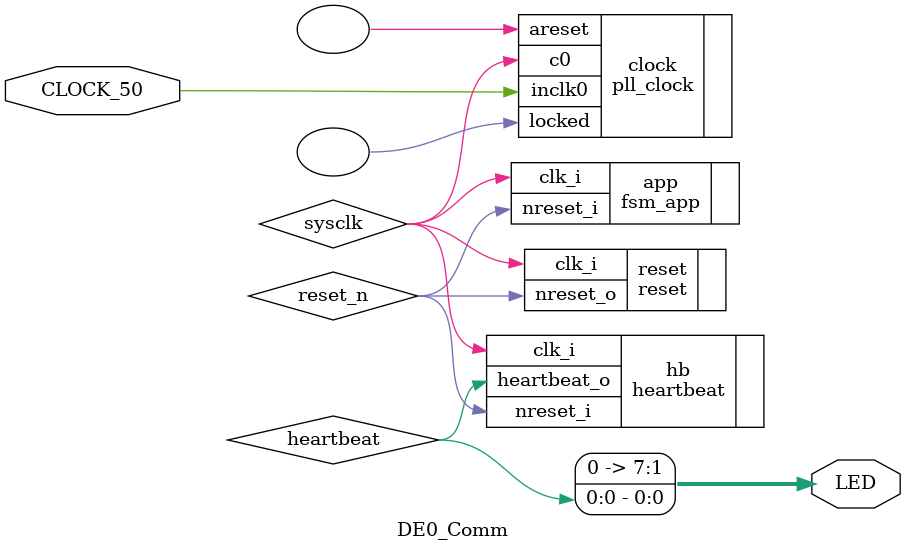
<source format=v>
/*
#   DE0_Comm.v - Connect all the pieces, system clock, heartbeat LED, FSM
#
#   Copyright (C) 2014  Binary Logic (nhi.phan.logic at gmail.com).
#
#   This file is part of the Virtual JTAG UART toolkit
#   
#   Virtual UART is free software: you can redistribute it and/or modify
#   it under the terms of the GNU General Public License as published by
#   the Free Software Foundation, either version 3 of the License, or
#   (at your option) any later version.
#   
#   This program is distributed in the hope that it will be useful,
#   but WITHOUT ANY WARRANTY; without even the implied warranty of
#   MERCHANTABILITY or FITNESS FOR A PARTICULAR PURPOSE.  See the
#   GNU General Public License for more details.
#   
#   You should have received a copy of the GNU General Public License
#   along with this program.  If not, see <http://www.gnu.org/licenses/>.
#
*/

//=======================================================
//  DE0 Top Module
//=======================================================
`include "system_include.v"

module DE0_Comm(

	//////////// CLOCK //////////
	input CLOCK_50,

	//  Only included if we're running with ModelSim
	`ifdef UNDER_TEST
		// Async reset
		input areset,
	`endif
	
	//////////// LED //////////
	output [7:0] LED 
);

//=======================================================
//  REG/WIRE declarations
//=======================================================

// System signals
wire sysclk, reset_n;

// Heartbeat signals
wire heartbeat;


//=======================================================
//  Outputs
//=======================================================

assign LED = {7'b0,heartbeat};

//=======================================================
//  Structural coding
//=======================================================

// System  clock
pll_clock	clock (
	.inclk0 ( CLOCK_50 ),
	.c0 ( sysclk ),
	
	//  Only included if we're running with ModelSim
	`ifdef UNDER_TEST
		.areset( areset ),
	`else
		.areset(),
	`endif
	
	.locked ( )
	);

// Reset timer
reset reset(
	.clk_i( sysclk ),
	.nreset_o( reset_n )
	);

// Heartbeat function
heartbeat hb(
	.clk_i( sysclk ),
	.nreset_i( reset_n ),
	.heartbeat_o( heartbeat )
	);

// The finite state machine for sending data through JTAG
fsm_app app(
	.clk_i(sysclk),
	.nreset_i(reset_n)
	);
	
//=======================================================
//  Procedural coding
//=======================================================
	
endmodule

</source>
